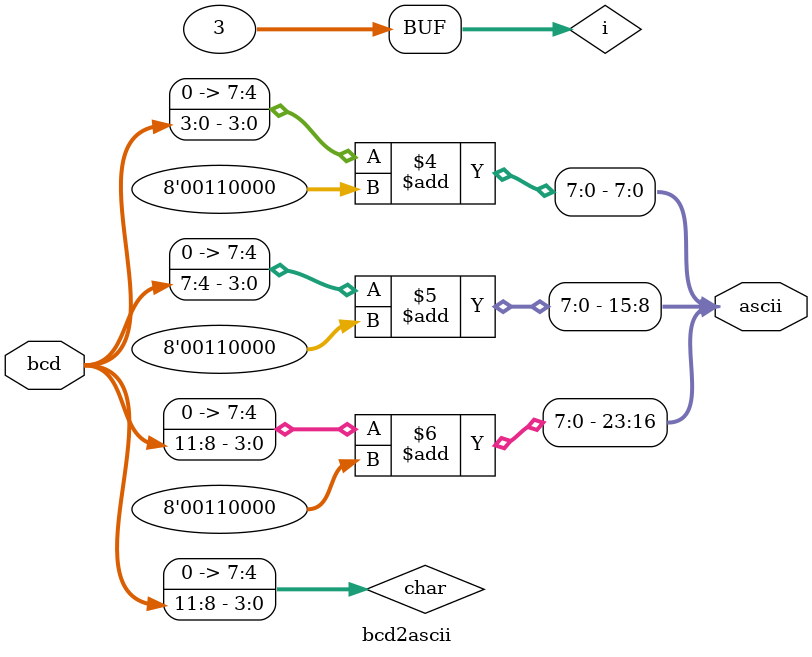
<source format=v>


module bcd2ascii
  #(
  parameter CHAR_LEN = 3
  )(
  input [(4*CHAR_LEN)-1:0] bcd,
  output reg [(8*CHAR_LEN)-1:0] ascii
  );

  reg [7:0] char;

  integer i;

  always @(bcd) begin

    for ( i=0; i<8*CHAR_LEN; i=i+1 )  ascii[i] = 1'b0;

    for ( i=0; i<CHAR_LEN; i=i+1 ) begin

      char = { {4'b0}, { bcd[ 4*i+3 -: 4 ] } };
      ascii[ 8*i+7 -: 8 ] = char + 8'd48;

    end

  end

endmodule




</source>
